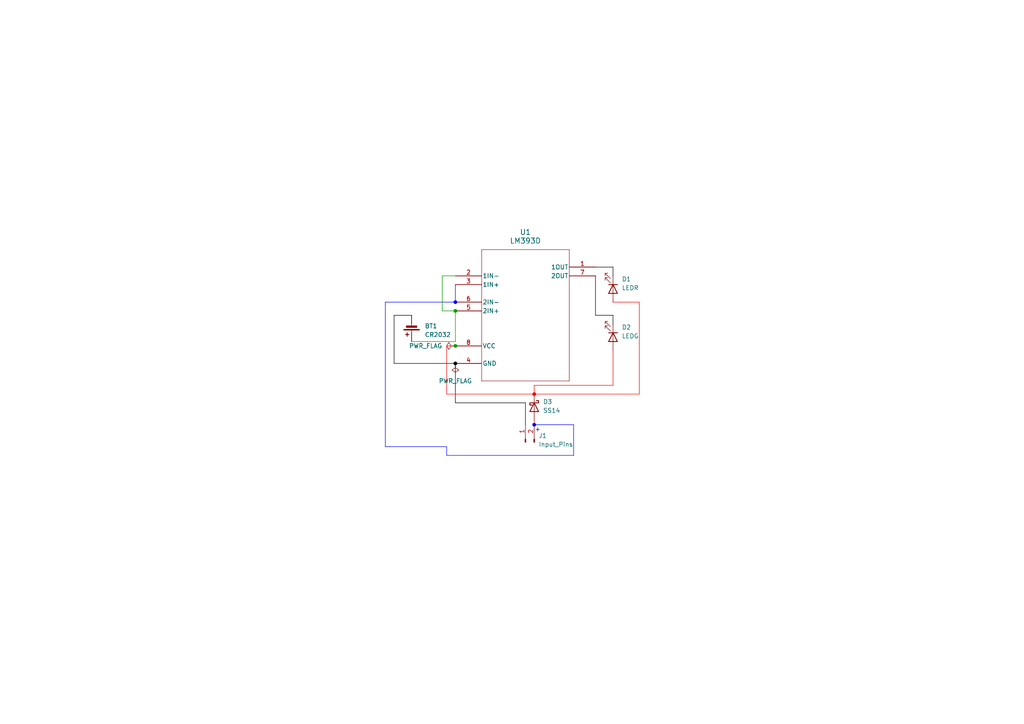
<source format=kicad_sch>
(kicad_sch (version 20231120) (generator "eeschema") (generator_version "8.0")
  (paper "A4")
  (lib_symbols
    (symbol "Connector:Conn_01x02_Pin" (pin_names (offset 1.016) hide)
      (property "Reference" "J" (at 0 2.54 0))
      (property "Value" "Conn_01x02_Pin" (at 0 -5.08 0))
      (symbol "Conn_01x02_Pin_1_1"
        (polyline (pts (xy 1.27 -2.54) (xy 0.8636 -2.54)) (stroke (width 0.1524)))
        (polyline (pts (xy 1.27 0) (xy 0.8636 0)) (stroke (width 0.1524)))
        (rectangle (start 0.8636 -2.413) (end 0 -2.667) (stroke (width 0.1524)) (fill (type outline)))
        (rectangle (start 0.8636 0.127) (end 0 -0.127) (stroke (width 0.1524)) (fill (type outline)))
        (pin passive line (at 5.08 0 180) (length 3.81) (name "Pin_1") (number "1"))
        (pin passive line (at 5.08 -2.54 180) (length 3.81) (name "Pin_2") (number "2"))
      )
    )
    (symbol "Device:Battery_Cell" (pin_numbers hide) (pin_names (offset 0) hide)
      (property "Reference" "BT" (at 2.54 2.54 0))
      (property "Value" "Battery_Cell" (at 2.54 0 0))
      (symbol "Battery_Cell_0_1"
        (rectangle (start -2.286 1.778) (end 2.286 1.524) (fill (type outline)))
        (rectangle (start -1.524 1.016) (end 1.524 0.508) (fill (type outline)))
        (polyline (pts (xy 0 0.762) (xy 0 0)))
        (polyline (pts (xy 0 1.778) (xy 0 2.54)))
        (polyline (pts (xy 0.762 3.048) (xy 1.778 3.048)) (stroke (width 0.254)))
        (polyline (pts (xy 1.27 3.556) (xy 1.27 2.54)) (stroke (width 0.254)))
      )
      (symbol "Battery_Cell_1_1"
        (pin passive line (at 0 5.08 270) (length 2.54) (name "+") (number "1"))
        (pin passive line (at 0 -2.54 90) (length 2.54) (name "-") (number "2"))
      )
    )
    (symbol "Device:LED" (pin_numbers hide) (pin_names (offset 1.016) hide)
      (property "Reference" "D" (at 0 2.54 0))
      (property "Value" "LED" (at 0 -2.54 0))
      (symbol "LED_0_1"
        (polyline (pts (xy -1.27 -1.27) (xy -1.27 1.27)) (stroke (width 0.254)))
        (polyline (pts (xy -1.27 0) (xy 1.27 0)))
        (polyline (pts (xy 1.27 -1.27) (xy 1.27 1.27) (xy -1.27 0) (xy 1.27 -1.27)) (stroke (width 0.254)))
        (polyline (pts (xy -3.048 -0.762) (xy -4.572 -2.286) (xy -3.81 -2.286) (xy -4.572 -2.286) (xy -4.572 -1.524)))
        (polyline (pts (xy -1.778 -0.762) (xy -3.302 -2.286) (xy -2.54 -2.286) (xy -3.302 -2.286) (xy -3.302 -1.524)))
      )
      (symbol "LED_1_1"
        (pin passive line (at -3.81 0 0) (length 2.54) (name "K") (number "1"))
        (pin passive line (at 3.81 0 180) (length 2.54) (name "A") (number "2"))
      )
    )
    (symbol "Diode:SS14" (pin_numbers hide) (pin_names (offset 1.016) hide)
      (property "Reference" "D" (at 0 2.54 0))
      (property "Value" "SS14" (at 0 -2.54 0))
      (symbol "SS14_0_1"
        (polyline (pts (xy 1.27 0) (xy -1.27 0)))
        (polyline (pts (xy 1.27 1.27) (xy 1.27 -1.27) (xy -1.27 0) (xy 1.27 1.27)) (stroke (width 0.254)))
        (polyline (pts (xy -1.905 0.635) (xy -1.905 1.27) (xy -1.27 1.27) (xy -1.27 -1.27) (xy -0.635 -1.27) (xy -0.635 -0.635)) (stroke (width 0.254)))
      )
      (symbol "SS14_1_1"
        (pin passive line (at -3.81 0 0) (length 2.54) (name "K") (number "1"))
        (pin passive line (at 3.81 0 180) (length 2.54) (name "A") (number "2"))
      )
    )
    (symbol "LM393D:LM393D" (pin_names (offset 0.254))
      (property "Reference" "U" (at 20.32 12.7 0))
      (property "Value" "LM393D" (at 20.32 10.16 0))
      (symbol "LM393D_0_1"
        (polyline (pts (xy 7.62 -30.48) (xy 33.02 -30.48)) (stroke (width 0.127)))
        (polyline (pts (xy 7.62 7.62) (xy 7.62 -30.48)) (stroke (width 0.127)))
        (polyline (pts (xy 33.02 -30.48) (xy 33.02 7.62)) (stroke (width 0.127)))
        (polyline (pts (xy 33.02 7.62) (xy 7.62 7.62)) (stroke (width 0.127)))
        (pin output line (at 40.64 2.54 180) (length 7.62) (name "1OUT") (number "1"))
        (pin input line (at 0 0 0) (length 7.62) (name "1IN-") (number "2"))
        (pin input line (at 0 -2.54 0) (length 7.62) (name "1IN+") (number "3"))
        (pin power_in line (at 0 -25.4 0) (length 7.62) (name "GND") (number "4"))
        (pin input line (at 0 -10.16 0) (length 7.62) (name "2IN+") (number "5"))
        (pin input line (at 0 -7.62 0) (length 7.62) (name "2IN-") (number "6"))
        (pin output line (at 40.64 0 180) (length 7.62) (name "2OUT") (number "7"))
        (pin power_in line (at 0 -20.32 0) (length 7.62) (name "VCC") (number "8"))
      )
    )
    (symbol "power:PWR_FLAG" (power) (pin_numbers hide) (pin_names (offset 0) hide)
      (property "Value" "PWR_FLAG" (at 0 3.81 0))
      (symbol "PWR_FLAG_0_0"
        (pin power_out line (at 0 0 90) (length 0) (name "~") (number "1"))
      )
      (symbol "PWR_FLAG_0_1"
        (polyline (pts (xy 0 0) (xy 0 1.27) (xy -1.016 1.905) (xy 0 2.54) (xy 1.016 1.905) (xy 0 1.27)))
      )
    )
  )
  (junction (at 132.08 87.63) (color 0 0 255 1))
  (junction (at 154.94 114.3) (color 255 0 0 1))
  (junction (at 132.08 100.33))
  (junction (at 132.08 90.17))
  (junction (at 154.94 123.19) (color 0 0 255 1))
  (junction (at 132.08 105.41) (color 0 0 0 1))
  (wire (pts (xy 177.8 111.76) (xy 177.8 101.6)) (stroke (width 0) (color 255 0 0 1)))
  (wire (pts (xy 132.08 82.55) (xy 132.08 87.63)) (stroke (width 0) (color 0 0 255 1)))
  (wire (pts (xy 114.3 91.44) (xy 114.3 105.41)) (stroke (width 0) (color 0 0 0 1)))
  (wire (pts (xy 119.38 99.06) (xy 132.08 99.06)))
  (wire (pts (xy 154.94 121.92) (xy 154.94 123.19)) (stroke (width 0) (color 255 0 0 1)))
  (wire (pts (xy 132.08 80.01) (xy 128.27 80.01)))
  (wire (pts (xy 128.27 80.01) (xy 128.27 90.17)))
  (wire (pts (xy 129.54 129.54) (xy 129.54 132.08)) (stroke (width 0) (color 0 0 255 1)))
  (wire (pts (xy 185.42 114.3) (xy 185.42 87.63)) (stroke (width 0) (color 255 0 0 1)))
  (wire (pts (xy 129.54 132.08) (xy 166.37 132.08)) (stroke (width 0) (color 0 0 255 1)))
  (wire (pts (xy 152.4 116.84) (xy 132.08 116.84)) (stroke (width 0) (color 0 0 0 1)))
  (wire (pts (xy 132.08 116.84) (xy 132.08 105.41)) (stroke (width 0) (color 0 0 0 1)))
  (wire (pts (xy 166.37 123.19) (xy 154.94 123.19)) (stroke (width 0) (color 0 0 255 1)))
  (wire (pts (xy 154.94 114.3) (xy 185.42 114.3)) (stroke (width 0) (color 255 0 0 1)))
  (wire (pts (xy 114.3 105.41) (xy 132.08 105.41)) (stroke (width 0) (color 0 0 0 1)))
  (wire (pts (xy 119.38 91.44) (xy 114.3 91.44)) (stroke (width 0) (color 0 0 0 1)))
  (wire (pts (xy 152.4 123.19) (xy 152.4 116.84)) (stroke (width 0) (color 0 0 0 1)))
  (wire (pts (xy 111.76 87.63) (xy 132.08 87.63)) (stroke (width 0) (color 0 0 255 1)))
  (wire (pts (xy 154.94 111.76) (xy 177.8 111.76)) (stroke (width 0) (color 255 0 0 1)))
  (wire (pts (xy 132.08 90.17) (xy 132.08 99.06)))
  (wire (pts (xy 129.54 114.3) (xy 129.54 100.33)) (stroke (width 0) (color 255 0 0 1)))
  (wire (pts (xy 177.8 91.44) (xy 177.8 93.98)) (stroke (width 0) (color 0 0 0 1)))
  (wire (pts (xy 177.8 80.01) (xy 177.8 77.47)) (stroke (width 0) (color 0 0 0 1)))
  (wire (pts (xy 154.94 114.3) (xy 129.54 114.3)) (stroke (width 0) (color 255 0 0 1)))
  (wire (pts (xy 172.72 77.47) (xy 177.8 77.47)) (stroke (width 0) (color 0 0 0 1)))
  (wire (pts (xy 172.72 80.01) (xy 172.72 91.44)) (stroke (width 0) (color 0 0 0 1)))
  (wire (pts (xy 185.42 87.63) (xy 177.8 87.63)) (stroke (width 0) (color 255 0 0 1)))
  (wire (pts (xy 154.94 114.3) (xy 154.94 111.76)) (stroke (width 0) (color 255 0 0 1)))
  (wire (pts (xy 166.37 132.08) (xy 166.37 123.19)) (stroke (width 0) (color 0 0 255 1)))
  (wire (pts (xy 172.72 91.44) (xy 177.8 91.44)) (stroke (width 0) (color 0 0 0 1)))
  (wire (pts (xy 111.76 87.63) (xy 111.76 129.54)) (stroke (width 0) (color 0 0 255 1)))
  (wire (pts (xy 111.76 129.54) (xy 129.54 129.54)) (stroke (width 0) (color 0 0 255 1)))
  (wire (pts (xy 129.54 100.33) (xy 132.08 100.33)) (stroke (width 0) (color 255 0 0 1)))
  (wire (pts (xy 128.27 90.17) (xy 132.08 90.17)))
  (text "+" (at 155.956 124.714 0) (effects (font (size 1.27 1.27))))
  (symbol (lib_id "Device:LED") (at 177.8 97.79 270) (unit 1)
    (property "Reference" "D2" (at 180.34 94.9324 90) (effects (justify left)))
    (property "Value" "LEDG" (at 180.34 97.4724 90) (effects (justify left)))
    (property "Footprint" "LED_SMD:LED_0805_2012Metric_Pad1.15x1.40mm_HandSolder" (effects (hide yes)))
    (property "Description" "Light emitting diode" (effects (hide yes)))
  )
  (symbol (lib_id "power:PWR_FLAG") (at 132.08 105.41 180) (unit 1)
    (property "Reference" "#FLG02" (effects (hide yes)))
    (property "Value" "PWR_FLAG" (at 132.08 110.49 0))
    (property "Description" "Special symbol for telling ERC where power comes from" (effects (hide yes)))
  )
  (symbol (lib_id "Connector:Conn_01x02_Pin") (at 152.4 128.27 90) (unit 1)
    (property "Reference" "J1" (at 156.21 126.3649 90) (effects (justify right)))
    (property "Value" "Input_Pins" (at 156.21 128.9049 90) (effects (justify right)))
    (property "Footprint" "Connector_PinHeader_2.54mm:PinHeader_1x02_P2.54mm_Vertical" (effects (hide yes)))
    (property "Description" "Generic connector, single row, 01x02, script generated" (effects (hide yes)))
  )
  (symbol (lib_id "Device:LED") (at 177.8 83.82 270) (unit 1)
    (property "Reference" "D1" (at 180.34 80.9624 90) (effects (justify left)))
    (property "Value" "LEDR" (at 180.34 83.5024 90) (effects (justify left)))
    (property "Footprint" "LED_SMD:LED_0805_2012Metric_Pad1.15x1.40mm_HandSolder" (effects (hide yes)))
    (property "Description" "Light emitting diode" (effects (hide yes)))
  )
  (symbol (lib_id "Diode:SS14") (at 154.94 118.11 270) (unit 1)
    (property "Reference" "D3" (at 157.48 116.5224 90) (effects (justify left)))
    (property "Value" "SS14" (at 157.48 119.0624 90) (effects (justify left)))
    (property "Footprint" "Diode_SMD:D_SMA" (effects (hide yes)))
    (property "Datasheet" "https://www.vishay.com/docs/88746/ss12.pdf" (effects (hide yes)))
    (property "Description" "40V 1A Schottky Diode, SMA" (effects (hide yes)))
  )
  (symbol (lib_id "power:PWR_FLAG") (at 132.08 100.33 90) (unit 1)
    (property "Reference" "#FLG01" (effects (hide yes)))
    (property "Value" "PWR_FLAG" (at 128.27 100.3299 90) (effects (justify left)))
    (property "Description" "Special symbol for telling ERC where power comes from" (effects (hide yes)))
  )
  (symbol (lib_id "Device:Battery_Cell") (at 119.38 93.98 180) (unit 1)
    (property "Reference" "BT1" (at 123.19 94.5514 0) (effects (justify right)))
    (property "Value" "CR2032" (at 123.19 97.0914 0) (effects (justify right)))
    (property "Footprint" "Battery:BatteryHolder_Keystone_103_1x20mm" (effects (hide yes)))
    (property "Description" "Single-cell battery" (effects (hide yes)))
  )
  (symbol (lib_id "LM393D:LM393D") (at 132.08 80.01 0) (unit 1)
    (property "Reference" "U1" (at 152.4 67.31 0) (effects (font (size 1.524 1.524))))
    (property "Value" "LM393D" (at 152.4 69.85 0) (effects (font (size 1.524 1.524))))
    (property "Footprint" "LM393D:D8" (effects (hide yes)))
    (property "Datasheet" "LM393D" (effects (hide yes)))
  )
)
</source>
